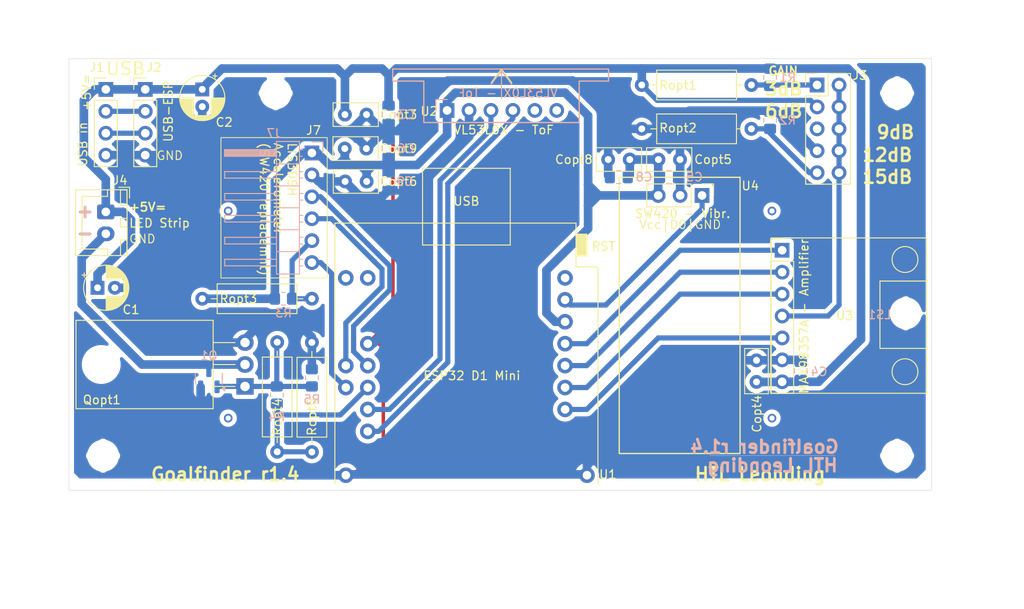
<source format=kicad_pcb>
(kicad_pcb (version 20240108) (generator "pcbnew") (generator_version "8.0")
  (title_block (title "LeoIoT - Goalfinder") (date "2025-06-13") (rev "01.04") (company "HTL Leonding") (comment 2 "finding the basketball basket and hit detection") (comment 3 "Smart utility for guiding visually impaired people in "))
  (layers (0 "F.Cu" signal) (31 "B.Cu" signal) (34 "B.Paste" user) (35 "F.Paste" user) (36 "B.SilkS" user "B.Silkscreen") (37 "F.SilkS" user "F.Silkscreen") (38 "B.Mask" user) (39 "F.Mask" user) (44 "Edge.Cuts" user))
  (net 0 "")
  (net 1 "Net-(J1-Pin_3)")
  (net 2 "Net-(Q1-G)")
  (net 4 "Net-(U1-IO_17{slash}U2_TXC)")
  (net 5 "Net-(U1-IO_19{slash}MISO)")
  (net 6 "Net-(U1-IO_05{slash}SS)")
  (net 9 "Net-(U3-GAIN_SLOT)")
  (net 10 "Net-(J1-Pin_2)")
  (net 11 "3V3")
  (net 12 "Net-(U1-IO_23{slash}MOSI)")
  (net 13 "/LED_PWR")
  (net 14 "Net-(J5-Pin_2)")
  (net 15 "Net-(U1-IO_18{slash}CLK)")
  (net 17 "Net-(J6-Pin_2)")
  (net 18 "Net-(J6-Pin_3)")
  (net 19 "5V")
  (net 20 "Net-(J7-Pin_4)")
  (net 21 "Net-(J3-Pad1)")
  (net 23 "Net-(J3-Pad9)")
  (net 24 "GND")
  (net 25 "Net-(J7-Pin_5)")
  (net 26 "Net-(J7-Pin_3)")
  (net 28 "Net-(J7-Pin_6)")
  (footprint "Connector_PinHeader_2.54mm:PinHeader_2x05_P2.54mm_Vertical" (layer "F.Cu") (at 186.685 63.403)
    (property "Reference" "J3")
    (property "Value" "GAIN")
  )
  (footprint "Connector_JST_2.54:JST_XH_B2B-XH-A_1x02_P2.54mm_Vertical" (layer "F.Cu") (at 104.2695 78.105 -90)
    (property "Reference" "J4")
    (property "Value" "LED Strip")
  )
  (footprint "MountingHole:MountingHole_3.2mm_M3" (layer "F.Cu") (at 195.9515 64.355 -90)
    (property "Reference" "MH2" (hide yes))
    (property "Value" "MountingHole_3.2mm_M3" (hide yes))
  )
  (footprint "Resistor_THT:R_Axial_DIN0309_L9.0mm_D3.2mm_P12.70mm_Horizontal" (layer "F.Cu") (at 128.1455 105.9295 90)
    (property "Reference" "Ropt5")
    (property "Value" "33k" (hide yes))
  )
  (footprint "Capacitor_THT:C_Disc_D5.0mm_W2.5mm_P2.50mm" (layer "F.Cu") (at 179.659537 97.803395 90)
    (property "Reference" "Copt4")
    (property "Value" "100nF" (hide yes))
  )
  (footprint "MountingHole:MountingHole_3.2mm_M3" (layer "F.Cu") (at 196.9515 89.855 -90)
    (property "Reference" "MH3" (hide yes))
    (property "Value" "MountingHole_3.2mm_M3" (hide yes))
  )
  (footprint "Resistor_THT:R_Axial_DIN0309_L9.0mm_D3.2mm_P12.70mm_Horizontal" (layer "F.Cu") (at 166.37 68.483)
    (property "Reference" "Ropt2")
    (property "Value" "100k" (hide yes))
  )
  (footprint "MountingHole:MountingHole_3.2mm_M3" (layer "F.Cu") (at 103.9515 106.355 -90)
    (property "Reference" "MH4" (hide yes))
    (property "Value" "MountingHole_3.2mm_M3" (hide yes))
  )
  (footprint "Connector_PinHeader_2.54mm:PinHeader_1x04_P2.54mm_Vertical" (layer "F.Cu") (at 108.8415 63.911)
    (property "Reference" "J2")
    (property "Value" "USB-ESP")
  )
  (footprint "Capacitor_THT:C_Disc_D5.0mm_W2.5mm_P2.50mm" (layer "F.Cu") (at 131.9555 70.769)
    (property "Reference" "Copt9")
    (property "Value" "100nF" (hide yes))
  )
  (footprint "Breakout_Boards:MAX98357A_Breakout_Board" (layer "F.Cu") (at 182.635 82.55)
    (property "Reference" "U3")
    (property "Value" "MAX98357A - Amplifier")
  )
  (footprint "Resistor_THT:R_Axial_DIN0309_L9.0mm_D3.2mm_P12.70mm_Horizontal" (layer "F.Cu") (at 124.13 105.8995 90)
    (property "Reference" "Ropt4")
    (property "Value" "1k" (hide yes))
  )
  (footprint "Capacitor_THT:C_Disc_D5.0mm_W2.5mm_P2.50mm" (layer "F.Cu") (at 131.9755 66.832)
    (property "Reference" "Copt3")
    (property "Value" "100nF" (hide yes))
  )
  (footprint "Package_TO_SOT_THT:TO-220-3_Horizontal_TabDown" (layer "F.Cu") (at 120.3985 98.328 90)
    (property "Reference" "Qopt1")
    (property "Value" "IRLML2502")
  )
  (footprint "Capacitor_THT:C_Disc_D5.0mm_W2.5mm_P2.50mm" (layer "F.Cu") (at 168.2975 72.039)
    (property "Reference" "Copt5")
    (property "Value" "100nF" (hide yes))
  )
  (footprint "MountingHole:MountingHole_3.2mm_M3" (layer "F.Cu") (at 195.9515 106.355 -90)
    (property "Reference" "MH3" (hide yes))
    (property "Value" "MountingHole_3.2mm_M3" (hide yes))
  )
  (footprint "Breakout_Boards:SW420_Breakout_Board_Horizontal" (layer "F.Cu") (at 173.355 76.2 -90)
    (property "Reference" "U4")
    (property "Value" "SW240 - Vcc/D0/GND" (hide yes))
  )
  (footprint "Capacitor_THT:CP_Radial_D5.0mm_P2.00mm" (layer "F.Cu") (at 103.314388 86.898)
    (property "Reference" "C1")
    (property "Value" "22µF" (hide yes))
  )
  (footprint "Resistor_THT:R_Axial_DIN0309_L9.0mm_D3.2mm_P12.70mm_Horizontal" (layer "F.Cu") (at 115.4455 88.168)
    (property "Reference" "Ropt3")
    (property "Value" "100k" (hide yes))
  )
  (footprint "Capacitor_THT:CP_Radial_D5.0mm_P2.00mm" (layer "F.Cu") (at 115.4455 63.911 -90)
    (property "Reference" "C2")
    (property "Value" "4,7µF" (hide yes))
  )
  (footprint "Capacitor_THT:C_Disc_D5.0mm_W2.5mm_P2.50mm" (layer "F.Cu") (at 134.4955 74.579 180)
    (property "Reference" "Copt6")
    (property "Value" "100nF" (hide yes))
  )
  (footprint "Capacitor_THT:C_Disc_D5.0mm_W2.5mm_P2.50mm" (layer "F.Cu") (at 164.9755 72.039 180)
    (property "Reference" "Copt8")
    (property "Value" "100nF" (hide yes))
  )
  (footprint "MountingHole:MountingHole_3.2mm_M3" (layer "F.Cu") (at 123.9515 64.355 -90)
    (property "Reference" "MH1" (hide yes))
    (property "Value" "MountingHole_3.2mm_M3" (hide yes))
  )
  (footprint "Resistor_THT:R_Axial_DIN0309_L9.0mm_D3.2mm_P12.70mm_Horizontal" (layer "F.Cu") (at 166.37 63.403)
    (property "Reference" "Ropt1")
    (property "Value" "100k" (hide yes))
  )
  (footprint "Connector_PinHeader_2.54mm:PinHeader_1x04_P2.54mm_Vertical" (layer "F.Cu") (at 104.2695 63.911)
    (property "Reference" "J1")
    (property "Value" "USB in")
  )
  (footprint "ESP32_D1_mini:ESP32_D1_mini" (layer "F.Cu") (at 146.05 97.185 180)
    (property "Reference" "U1")
    (property "Value" "ESP32 D1 Mini")
  )
  (footprint "Resistor_SMD:R_0805_2012Metric_Pad1.20x1.40mm_HandSolder" (layer "B.Cu") (at 124.8595 88.168)
    (property "Reference" "R3")
    (property "Value" "100k")
  )
  (footprint "Breakout_Boards:VL53L0X_Breakout_Board_vertical_flat" (layer "B.Cu") (at 156.515 66.35 90)
    (property "Reference" "U2")
    (property "Value" "VL53L0X - ToF")
  )
  (footprint "Capacitor_SMD:C_0805_2012Metric_Pad1.18x1.45mm_HandSolder" (layer "B.Cu") (at 137.0355 70.769 90)
    (property "Reference" "C6")
    (property "Value" "100nF" (hide yes))
  )
  (footprint "Capacitor_SMD:C_0805_2012Metric_Pad1.18x1.45mm_HandSolder" (layer "B.Cu") (at 137.0355 66.832 -90)
    (property "Reference" "C3")
    (property "Value" "100nF" (hide yes))
  )
  (footprint "Resistor_SMD:R_0805_2012Metric_Pad1.20x1.40mm_HandSolder" (layer "B.Cu") (at 181.2315 67.483 -90)
    (property "Reference" "R2")
    (property "Value" "100k" (hide yes))
  )
  (footprint "Resistor_SMD:R_0805_2012Metric_Pad1.20x1.40mm_HandSolder" (layer "B.Cu") (at 124.0815 99.328 90)
    (property "Reference" "R4")
    (property "Value" "1k" (hide yes))
  )
  (footprint "Resistor_SMD:R_0805_2012Metric_Pad1.20x1.40mm_HandSolder" (layer "B.Cu") (at 128.1455 97.328 90)
    (property "Reference" "R5")
    (property "Value" "33k" (hide yes))
  )
  (footprint "Capacitor_SMD:C_0805_2012Metric_Pad1.18x1.45mm_HandSolder" (layer "B.Cu") (at 163.7055 74.071 180)
    (property "Reference" "C8")
    (property "Value" "100nF" (hide yes))
  )
  (footprint "Connector_PinHeader_2.54mm:PinHeader_1x06_P2.54mm_Horizontal" (layer "B.Cu") (at 128.1455 71.277 180)
    (property "Reference" "J7")
    (property "Value" "LIS3DH")
  )
  (footprint "Capacitor_SMD:C_0805_2012Metric_Pad1.18x1.45mm_HandSolder" (layer "B.Cu") (at 169.526 74.071)
    (property "Reference" "C5")
    (property "Value" "100nF" (hide yes))
  )
  (footprint "Breakout_Boards:Mono-Enclosed_Speaker_70x30x17mm_onboard" (layer "B.Cu") (at 184.9515 75 180)
    (property "Reference" "LS1")
    (property "Value" "Speaker")
  )
  (footprint "Capacitor_SMD:C_0805_2012Metric_Pad1.18x1.45mm_HandSolder" (layer "B.Cu") (at 137.0355 74.579 -90)
    (property "Reference" "C9")
    (property "Value" "100nF" (hide yes))
  )
  (footprint "Resistor_SMD:R_0805_2012Metric_Pad1.20x1.40mm_HandSolder" (layer "B.Cu") (at 181.2315 62.514 -90)
    (property "Reference" "R1")
    (property "Value" "100k" (hide yes))
  )
  (footprint "Package_TO_SOT_SMD:SOT-23" (layer "B.Cu") (at 116.2075 97.439 90)
    (property "Reference" "Q1")
    (property "Value" "IRLML2502" (hide yes))
  )
  (footprint "Capacitor_SMD:C_0805_2012Metric_Pad1.18x1.45mm_HandSolder" (layer "B.Cu") (at 184.7875 96.518441 90)
    (property "Reference" "C4")
    (property "Value" "100nF" (hide yes))
  )
  (gr_rect (start 117.6045 69.499) (end 129.9235 85.755) (stroke (width 0.1)) (fill none) (layer "F.SilkS"))
  (gr_rect (start 100 60.355) (end 199.9515 110.355) (stroke (width 0.05)) (fill none) (layer "Edge.Cuts"))
  (gr_text "HTL Leonding" (at 189.23 108.361 0) (layer "B.Cu" knockout) (effects (font (size 1.5 1.5) (thickness 0.3) (bold yes)) (justify left bottom mirror)))
  (gr_text "Goalfinder r1.4" (at 189.3595 106.202 0) (layer "B.Cu" knockout) (effects (font (size 1.5 1.5) (thickness 0.3) (bold yes)) (justify left bottom mirror)))
  (gr_text "-" (at 102.9995 81.437 0) (layer "B.Cu") (effects (font (size 1.5 1.5) (thickness 0.3) (bold yes)) (justify left bottom mirror)))
  (gr_text "+" (at 102.9995 78.897 0) (layer "B.Cu") (effects (font (size 1.5 1.5) (thickness 0.3) (bold yes)) (justify left bottom mirror)))
  (gr_text "HTL Leonding" (at 189.2325 108.361 0) (layer "B.SilkS") (effects (font (size 1.5 1.5) (thickness 0.3) (bold yes)) (justify left bottom mirror)))
  (gr_text "-" (at 102.9995 81.437 0) (layer "B.SilkS") (effects (font (size 1.5 1.5) (thickness 0.3) (bold yes)) (justify left bottom mirror)))
  (gr_text "Goalfinder r1.4" (at 189.3595 106.202 0) (layer "B.SilkS") (effects (font (size 1.5 1.5) (thickness 0.3) (bold yes)) (justify left bottom mirror)))
  (gr_text "+" (at 102.9995 78.897 0) (layer "B.SilkS") (effects (font (size 1.5 1.5) (thickness 0.3) (bold yes)) (justify left bottom mirror)))
  (gr_text "+5V=" (at 111.3815 78.135 0) (layer "F.SilkS") (effects (font (size 1 1) (thickness 0.1875)) (justify right bottom)))
  (gr_text "Vcc|D0|GND" (at 170.8175 80.167 0) (layer "F.SilkS") (effects (font (size 1 1) (thickness 0.125)) (justify bottom)))
  (gr_text "12dB" (at 191.77 72.39 0) (layer "F.SilkS") (effects (font (size 1.5 1.5) (thickness 0.3) (bold yes)) (justify left bottom)))
  (gr_text "HTL Leonding" (at 172.3415 109.377 0) (layer "F.SilkS") (effects (font (size 1.5 1.5) (thickness 0.3) (bold yes)) (justify left bottom)))
  (gr_text "3dB" (at 180.4695 64.77 0) (layer "F.SilkS") (effects (font (size 1.5 1.5) (thickness 0.3) (bold yes)) (justify left bottom)))
  (gr_text "Goalfinder r1.4" (at 109.3495 109.377 0) (layer "F.SilkS") (effects (font (size 1.5 1.5) (thickness 0.3) (bold yes)) (justify left bottom)))
  (gr_text "USB" (at 106.5555 61.498 0) (layer "F.SilkS") (effects (font (size 1.5 1.5) (thickness 0.1875))))
  (gr_text "15dB" (at 191.77 74.93 0) (layer "F.SilkS") (effects (font (size 1.5 1.5) (thickness 0.3) (bold yes)) (justify left bottom)))
  (gr_text "6dB" (at 180.4695 67.31 0) (layer "F.SilkS") (effects (font (size 1.5 1.5) (thickness 0.3) (bold yes)) (justify left bottom)))
  (gr_text "LIS3DSH\nAccelerometer\n(SW420 replacemnt)" (at 122.0495 70.007 270) (layer "F.SilkS") (effects (font (size 1 1)) (justify left bottom)))
  (gr_text "+5V=" (at 102.6185 62.006 90) (layer "F.SilkS") (effects (font (size 1 1)) (justify right bottom)))
  (gr_text "GND" (at 113.2865 72.166 0) (layer "F.SilkS") (effects (font (size 1 1) (thickness 0.125)) (justify right bottom)))
  (gr_text "J7" (at 127.3835 69.245 0) (layer "F.SilkS") (effects (font (size 1 1)) (justify left bottom)))
  (gr_text "9dB" (at 193.4235 69.753 0) (layer "F.SilkS") (effects (font (size 1.5 1.5) (thickness 0.3) (bold yes)) (justify left bottom)))
  (gr_text "GND" (at 110.1115 81.818 0) (layer "F.SilkS") (effects (font (size 1 1) (thickness 0.125)) (justify right bottom)))
  (segment (start 104.2695 68.991) (end 108.8415 68.991) (width 0.6) (layer "B.Cu") (net 1))
  (segment (start 124.0815 98.328) (end 128.1455 98.328) (width 0.6) (layer "B.Cu") (net 2))
  (segment (start 120.3985 98.328) (end 124.0815 98.328) (width 0.6) (layer "B.Cu") (net 2))
  (segment (start 124.0815 98.328) (end 124.0815 93.248) (width 0.6) (layer "B.Cu") (net 2))
  (segment (start 117.206 98.328) (end 117.1575 98.3765) (width 0.6) (layer "B.Cu") (net 2))
  (segment (start 120.3985 98.328) (end 117.206 98.328) (width 0.6) (layer "B.Cu") (net 2))
  (segment (start 124.511 101.63) (end 131.445 101.63) (width 0.6) (layer "B.Cu") (net 4))
  (segment (start 134.62 98.455) (end 131.445 101.63) (width 0.6) (layer "B.Cu") (net 4))
  (segment (start 124.511 101.63) (end 124.13 101.249) (width 0.6) (layer "B.Cu") (net 4))
  (segment (start 124.13 100.868) (end 124.13 101.1035) (width 0.6) (layer "B.Cu") (net 4))
  (segment (start 124.13 105.8995) (end 127.9215 105.8995) (width 0.6) (layer "B.Cu") (net 4))
  (segment (start 124.13 105.8995) (end 124.13 101.1035) (width 0.6) (layer "B.Cu") (net 4))
  (segment (start 124.13 101.249) (end 124.13 100.868) (width 0.6) (layer "B.Cu") (net 4))
  (segment (start 157.48 98.455) (end 159.99 98.455) (width 0.6) (layer "B.Cu") (net 5))
  (segment (start 159.99 98.455) (end 170.815 87.63) (width 0.6) (layer "B.Cu") (net 5))
  (segment (start 170.815 87.63) (end 182.635 87.63) (width 0.6) (layer "B.Cu") (net 5))
  (segment (start 157.48 93.375) (end 159.99 93.375) (width 0.6) (layer "B.Cu") (net 6))
  (segment (start 159.99 93.375) (end 170.815 82.55) (width 0.6) (layer "B.Cu") (net 6))
  (segment (start 170.815 82.55) (end 182.635 82.55) (width 0.6) (layer "B.Cu") (net 6))
  (segment (start 189.225 88.895) (end 189.225 73.563) (width 0.6) (layer "B.Cu") (net 9))
  (segment (start 187.96 90.17) (end 189.23 88.9) (width 0.6) (layer "B.Cu") (net 9))
  (segment (start 189.225 63.403) (end 189.225 65.943) (width 0.6) (layer "B.Cu") (net 9))
  (segment (start 189.225 71.023) (end 189.225 73.563) (width 0.6) (layer "B.Cu") (net 9))
  (segment (start 189.225 65.943) (end 189.225 68.483) (width 0.6) (layer "B.Cu") (net 9))
  (segment (start 182.635 90.17) (end 187.96 90.17) (width 0.6) (layer "B.Cu") (net 9))
  (segment (start 189.23 88.9) (end 189.225 88.895) (width 0.6) (layer "B.Cu") (net 9))
  (segment (start 189.225 68.483) (end 189.225 71.023) (width 0.6) (layer "B.Cu") (net 9))
  (segment (start 104.2695 66.451) (end 108.8415 66.451) (width 0.6) (layer "B.Cu") (net 10))
  (segment (start 132.0825 72.674) (end 131.1935 72.674) (width 1) (layer "B.Cu") (net 11))
  (segment (start 131.9555 71.912) (end 131.1935 72.674) (width 1) (layer "B.Cu") (net 11))
  (segment (start 134.4955 74.579) (end 134.4955 72.674) (width 1) (layer "B.Cu") (net 11))
  (segment (start 140.3375 72.674) (end 135.2575 72.674) (width 1) (layer "B.Cu") (net 11))
  (segment (start 134.4955 74.579) (end 134.4955 73.436) (width 1) (layer "B.Cu") (net 11))
  (segment (start 161.3895 76.2) (end 160.1495 74.96) (width 1) (layer "B.Cu") (net 11))
  (segment (start 134.4955 72.674) (end 133.7335 72.674) (width 1) (layer "B.Cu") (net 11))
  (segment (start 155.3235 84.866) (end 155.3235 89.819) (width 1) (layer "B.Cu") (net 11))
  (segment (start 135.2575 72.674) (end 134.4955 72.674) (width 1) (layer "B.Cu") (net 11))
  (segment (start 168.275 76.2) (end 168.275 72.0615) (width 1) (layer "B.Cu") (net 11))
  (segment (start 155.3235 89.819) (end 156.3395 90.835) (width 1) (layer "B.Cu") (net 11))
  (segment (start 143.815 69.1965) (end 140.3375 72.674) (width 1) (layer "B.Cu") (net 11))
  (segment (start 143.815 65.2595) (end 144.7825 64.292) (width 1) (layer "B.Cu") (net 11))
  (segment (start 160.1495 80.04) (end 155.3235 84.866) (width 1) (layer "B.Cu") (net 11))
  (segment (start 131.1935 72.674) (end 130.1775 72.674) (width 1) (layer "B.Cu") (net 11))
  (segment (start 143.815 66.35) (end 143.815 69.1965) (width 1) (layer "B.Cu") (net 11))
  (segment (start 164.9755 72.039) (end 164.9755 73.8385) (width 1) (layer "B.Cu") (net 11))
  (segment (start 160.1495 66.959) (end 160.1495 74.96) (width 1) (layer "B.Cu") (net 11))
  (segment (start 160.1495 77.373) (end 160.1495 80.04) (width 1) (layer "B.Cu") (net 11))
  (segment (start 133.7335 72.674) (end 132.9715 72.674) (width 1) (layer "B.Cu") (net 11))
  (segment (start 156.3395 90.835) (end 157.48 90.835) (width 1) (layer "B.Cu") (net 11))
  (segment (start 130.1775 72.674) (end 128.7805 71.277) (width 1) (layer "B.Cu") (net 11))
  (segment (start 134.4955 73.436) (end 133.7335 72.674) (width 1) (layer "B.Cu") (net 11))
  (segment (start 134.4955 73.436) (end 135.2575 72.674) (width 1) (layer "B.Cu") (net 11))
  (segment (start 131.9555 70.769) (end 131.9555 71.912) (width 1) (layer "B.Cu") (net 11))
  (segment (start 131.9555 72.039) (end 132.5905 72.674) (width 1) (layer "B.Cu") (net 11))
  (segment (start 132.9715 72.674) (end 132.0825 72.674) (width 1) (layer "B.Cu") (net 11))
  (segment (start 123.8595 74.547) (end 123.8595 88.168) (width 1) (layer "B.Cu") (net 11))
  (segment (start 161.3895 76.2) (end 161.3225 76.2) (width 1) (layer "B.Cu") (net 11))
  (segment (start 143.815 66.35) (end 143.815 65.2595) (width 1) (layer "B.Cu") (net 11))
  (segment (start 128.7805 71.277) (end 128.1455 71.277) (width 1) (layer "B.Cu") (net 11))
  (segment (start 132.5905 72.674) (end 132.9715 72.674) (width 1) (layer "B.Cu") (net 11))
  (segment (start 131.9555 70.769) (end 131.9555 72.547) (width 1) (layer "B.Cu") (net 11))
  (segment (start 123.8595 88.168) (end 115.4455 88.168) (width 1) (layer "B.Cu") (net 11))
  (segment (start 160.1495 74.96) (end 160.1495 77.373) (width 1) (layer "B.Cu") (net 11))
  (segment (start 128.1455 71.277) (end 127.1295 71.277) (width 1) (layer "B.Cu") (net 11))
  (segment (start 131.9555 70.769) (end 131.9555 72.039) (width 1) (layer "B.Cu") (net 11))
  (segment (start 164.9755 72.039) (end 168.2975 72.039) (width 1) (layer "B.Cu") (net 11))
  (segment (start 132.0825 72.674) (end 131.9555 72.547) (width 1) (layer "B.Cu") (net 11))
  (segment (start 168.275 76.2) (end 161.3895 76.2) (width 1) (layer "B.Cu") (net 11))
  (segment (start 144.7825 64.292) (end 157.4825 64.292) (width 1) (layer "B.Cu") (net 11))
  (segment (start 127.1295 71.277) (end 123.8595 74.547) (width 1) (layer "B.Cu") (net 11))
  (segment (start 164.9755 73.8385) (end 164.743 74.071) (width 1) (layer "B.Cu") (net 11))
  (segment (start 161.3225 76.2) (end 160.1495 77.373) (width 1) (layer "B.Cu") (net 11))
  (segment (start 157.4825 64.292) (end 160.1495 66.959) (width 1) (layer "B.Cu") (net 11))
  (segment (start 157.48 95.915) (end 159.99 95.915) (width 0.6) (layer "B.Cu") (net 12))
  (segment (start 159.99 95.915) (end 170.815 85.09) (width 0.6) (layer "B.Cu") (net 12))
  (segment (start 170.815 85.09) (end 182.635 85.09) (width 0.6) (layer "B.Cu") (net 12))
  (segment (start 101.4755 83.439) (end 101.4755 88.803) (width 1) (layer "B.Cu") (net 13))
  (segment (start 101.4755 88.803) (end 108.4605 95.788) (width 1) (layer "B.Cu") (net 13))
  (segment (start 108.4605 95.788) (end 120.3985 95.788) (width 1) (layer "B.Cu") (net 13))
  (segment (start 104.2695 80.645) (end 101.4755 83.439) (width 1) (layer "B.Cu") (net 13))
  (segment (start 157.48 88.295) (end 158.085 88.9) (width 0.6) (layer "B.Cu") (net 14))
  (segment (start 162.202258 88.9) (end 170.152258 80.95) (width 0.6) (layer "B.Cu") (net 14))
  (segment (start 158.085 88.9) (end 162.202258 88.9) (width 0.6) (layer "B.Cu") (net 14))
  (segment (start 170.152258 80.95) (end 170.1615 80.95) (width 0.6) (layer "B.Cu") (net 14))
  (segment (start 173.355 77.7565) (end 173.355 76.2) (width 0.6) (layer "B.Cu") (net 14))
  (segment (start 170.1615 80.95) (end 173.355 77.7565) (width 0.6) (layer "B.Cu") (net 14))
  (segment (start 157.48 100.995) (end 159.99 100.995) (width 0.6) (layer "B.Cu") (net 15))
  (segment (start 168.275 92.71) (end 182.635 92.71) (width 0.6) (layer "B.Cu") (net 15))
  (segment (start 159.99 100.995) (end 168.275 92.71) (width 0.6) (layer "B.Cu") (net 15))
  (segment (start 148.895 68.558708) (end 148.895 66.35) (width 0.6) (layer "B.Cu") (net 17))
  (segment (start 142.9935 74.460208) (end 148.895 68.558708) (width 0.6) (layer "B.Cu") (net 17))
  (segment (start 137.13 100.995) (end 142.9935 95.1315) (width 0.6) (layer "B.Cu") (net 17))
  (segment (start 142.9935 95.1315) (end 142.9935 74.460208) (width 0.6) (layer "B.Cu") (net 17))
  (segment (start 134.62 100.995) (end 137.13 100.995) (width 0.6) (layer "B.Cu") (net 17))
  (segment (start 143.8935 95.534) (end 143.8935 74.833) (width 0.6) (layer "B.Cu") (net 18))
  (segment (start 151.435 67.2915) (end 151.435 66.35) (width 0.6) (layer "B.Cu") (net 18))
  (segment (start 135.8925 103.535) (end 143.8935 95.534) (width 0.6) (layer "B.Cu") (net 18))
  (segment (start 134.62 103.535) (end 135.8925 103.535) (width 0.6) (layer "B.Cu") (net 18))
  (segment (start 143.8935 74.833) (end 151.435 67.2915) (width 0.6) (layer "B.Cu") (net 18))
  (segment (start 190.2485 61.498) (end 191.77 63.0195) (width 1) (layer "B.Cu") (net 19))
  (segment (start 106.2715 78.105) (end 107.1905 79.024) (width 1) (layer "B.Cu") (net 19))
  (segment (start 166.37 63.403) (end 168.148 65.181) (width 0.6) (layer "B.Cu") (net 19))
  (segment (start 191.77 63.0195) (end 191.77 92.8695) (width 1) (layer "B.Cu") (net 19))
  (segment (start 107.1905 81.437) (end 103.314388 85.313112) (width 1) (layer "B.Cu") (net 19))
  (segment (start 104.2695 63.911) (end 108.8415 63.911) (width 1) (layer "B.Cu") (net 19))
  (segment (start 131.9355 62.367) (end 131.0665 61.498) (width 1) (layer "B.Cu") (net 19))
  (segment (start 137.0355 62.387) (end 137.9305 61.492) (width 1) (layer "B.Cu") (net 19))
  (segment (start 179.659537 97.803395) (end 182.621605 97.803395) (width 1) (layer "B.Cu") (net 19))
  (segment (start 107.1905 79.024) (end 107.1905 81.437) (width 1) (layer "B.Cu") (net 19))
  (segment (start 132.8445 61.498) (end 136.2735 61.498) (width 1) (layer "B.Cu") (net 19))
  (segment (start 168.148 65.181) (end 185.923 65.181) (width 0.6) (layer "B.Cu") (net 19))
  (segment (start 131.9755 66.832) (end 131.9755 62.367) (width 1) (layer "B.Cu") (net 19))
  (segment (start 104.2695 78.105) (end 106.2715 78.105) (width 1) (layer "B.Cu") (net 19))
  (segment (start 103.314388 85.313112) (end 103.314388 86.898) (width 1) (layer "B.Cu") (net 19))
  (segment (start 191.77 92.8695) (end 186.8495 97.79) (width 1) (layer "B.Cu") (net 19))
  (segment (start 115.3185 63.911) (end 117.7315 61.498) (width 1) (layer "B.Cu") (net 19))
  (segment (start 104.2695 74.325) (end 101.7295 71.785) (width 1) (layer "B.Cu") (net 19))
  (segment (start 101.7295 71.785) (end 101.7295 65.181) (width 1) (layer "B.Cu") (net 19))
  (segment (start 185.923 65.181) (end 186.685 65.943) (width 0.6) (layer "B.Cu") (net 19))
  (segment (start 131.9755 62.367) (end 132.8445 61.498) (width 1) (layer "B.Cu") (net 19))
  (segment (start 181.5695 61.498) (end 190.2485 61.498) (width 1) (layer "B.Cu") (net 19))
  (segment (start 117.7315 61.498) (end 131.0665 61.498) (width 1) (layer "B.Cu") (net 19))
  (segment (start 137.0355 65.7945) (end 137.0355 62.387) (width 1) (layer "B.Cu") (net 19))
  (segment (start 186.8495 97.79) (end 182.635 97.79) (width 1) (layer "B.Cu") (net 19))
  (segment (start 101.7295 65.181) (end 102.9995 63.911) (width 1) (layer "B.Cu") (net 19))
  (segment (start 104.2695 78.105) (end 104.2695 74.325) (width 1) (layer "B.Cu") (net 19))
  (segment (start 166.37 61.492) (end 166.37 63.403) (width 1) (layer "B.Cu") (net 19))
  (segment (start 137.9305 61.492) (end 180.8995 61.492) (width 1) (layer "B.Cu") (net 19))
  (segment (start 108.8415 63.911) (end 115.3185 63.911) (width 1) (layer "B.Cu") (net 19))
  (segment (start 102.9995 63.911) (end 104.2695 63.911) (width 1) (layer "B.Cu") (net 19))
  (segment (start 136.2735 61.498) (end 137.0355 62.26) (width 1) (layer "B.Cu") (net 19))
  (segment (start 131.9755 62.367) (end 131.9355 62.367) (width 1) (layer "B.Cu") (net 19))
  (segment (start 132.08 95.915) (end 132.08 90.9645) (width 0.6) (layer "B.Cu") (net 20))
  (segment (start 132.08 90.9645) (end 136.2735 86.771) (width 0.6) (layer "B.Cu") (net 20))
  (segment (start 136.2735 84.739) (end 135.3845 83.85) (width 0.6) (layer "B.Cu") (net 20))
  (segment (start 136.2735 86.771) (end 136.2735 84.739) (width 0.6) (layer "B.Cu") (net 20))
  (segment (start 135.3845 83.85) (end 135.381708 83.85) (width 0.6) (layer "B.Cu") (net 20))
  (segment (start 130.428708 78.897) (end 128.1455 78.897) (width 0.6) (layer "B.Cu") (net 20))
  (segment (start 135.381708 83.85) (end 130.428708 78.897) (width 0.6) (layer "B.Cu") (net 20))
  (segment (start 179.07 63.403) (end 186.685 63.403) (width 0.6) (layer "B.Cu") (net 21))
  (segment (start 185.8035 73.563) (end 186.685 73.563) (width 0.6) (layer "B.Cu") (net 23))
  (segment (start 179.07 68.483) (end 180.7235 68.483) (width 0.6) (layer "B.Cu") (net 23))
  (segment (start 180.7235 68.483) (end 185.8035 73.563) (width 0.6) (layer "B.Cu") (net 23))
  (segment (start 137.5435 90.4515) (end 134.62 93.375) (width 0.4) (layer "F.Cu") (net 24))
  (segment (start 110.1115 71.531) (end 113.0325 68.61) (width 0.4) (layer "F.Cu") (net 24))
  (segment (start 136.4005 68.61) (end 137.5435 69.753) (width 0.4) (layer "F.Cu") (net 24))
  (segment (start 113.0325 68.61) (end 136.4005 68.61) (width 0.4) (layer "F.Cu") (net 24))
  (segment (start 134.62 93.375) (end 135.892792 93.375) (width 0.4) (layer "F.Cu") (net 24))
  (segment (start 137.5435 69.753) (end 137.5435 90.4515) (width 0.4) (layer "F.Cu") (net 24))
  (segment (start 108.8415 71.531) (end 110.1115 71.531) (width 0.4) (layer "F.Cu") (net 24))
  (segment (start 135.892792 93.375) (end 136.42 93.902208) (width 0.4) (layer "F.Cu") (net 24))
  (segment (start 132.8745 108.615) (end 132.08 108.615) (width 0.4) (layer "F.Cu") (net 24))
  (segment (start 136.42 93.902208) (end 136.42 105.0695) (width 0.4) (layer "F.Cu") (net 24))
  (segment (start 136.42 105.0695) (end 132.8745 108.615) (width 0.4) (layer "F.Cu") (net 24))
  (segment (start 115.4455 67.721) (end 116.4615 68.737) (width 1) (layer "B.Cu") (net 24))
  (segment (start 115.4455 67.721) (end 114.4295 68.737) (width 1) (layer "B.Cu") (net 24))
  (segment (start 163.7055 68.483) (end 162.4755 69.713) (width 1) (layer "B.Cu") (net 24))
  (segment (start 114.4295 68.737) (end 115.4455 68.737) (width 1) (layer "B.Cu") (net 24))
  (segment (start 131.9955 74.579) (end 133.6955 76.279) (width 1) (layer "B.Cu") (net 24))
  (segment (start 110.2385 71.531) (end 113.0325 68.737) (width 1) (layer "B.Cu") (net 24))
  (segment (start 128.1455 73.817) (end 128.9075 74.579) (width 1) (layer "B.Cu") (net 24))
  (segment (start 140.9725 76.357) (end 140.9725 74.852152) (width 1) (layer "B.Cu") (net 24))
  (segment (start 115.2575 107.284) (end 115.2575 98.3765) (width 1) (layer "B.Cu") (net 24))
  (segment (start 122.3035 90.962) (end 126.4945 90.962) (width 1) (layer "B.Cu") (net 24))
  (segment (start 140.232 75.6165) (end 140.9725 76.357) (width 1) (layer "B.Cu") (net 24))
  (segment (start 128.9075 74.579) (end 131.9955 74.579) (width 1) (layer "B.Cu") (net 24))
  (segment (start 105.314388 86.898) (end 110.8735 86.898) (width 1) (layer "B.Cu") (net 24))
  (segment (start 184.556559 95.25) (end 184.7875 95.480941) (width 1) (layer "B.Cu") (net 24))
  (segment (start 108.8415 71.531) (end 110.2385 71.531) (width 1) (layer "B.Cu") (net 24))
  (segment (start 132.08 108.615) (end 116.5885 108.615) (width 1) (layer "B.Cu") (net 24))
  (segment (start 169.8015 68.483) (end 170.7975 69.479) (width 1) (layer "B.Cu") (net 24))
  (segment (start 134.4555 70.622) (end 132.5705 68.737) (width 1) (layer "B.Cu") (net 24))
  (segment (start 146.355 69.401652) (end 146.355 66.35) (width 1) (layer "B.Cu") (net 24))
  (segment (start 170.815 76.2) (end 170.815 72.0565) (width 1) (layer "B.Cu") (net 24))
  (segment (start 140.9385 74.818152) (end 141.7935 73.963152) (width 1) (layer "B.Cu") (net 24))
  (segment (start 140.9725 87.6275) (end 140.9725 76.357) (width 1) (layer "B.Cu") (net 24))
  (segment (start 179.659537 95.303395) (end 182.581605 95.303395) (width 1) (layer "B.Cu") (net 24))
  (segment (start 116.4615 68.737) (end 132.5705 68.737) (width 1) (layer "B.Cu") (net 24))
  (segment (start 116.5885 108.615) (end 115.2575 107.284) (width 1) (layer "B.Cu") (net 24))
  (segment (start 134.62 93.375) (end 135.225 93.375) (width 1) (layer "B.Cu") (net 24))
  (segment (start 136.373 76.279) (end 137.0355 75.6165) (width 1) (layer "B.Cu") (net 24))
  (segment (start 140.140152 75.6165) (end 141.7935 73.963152) (width 1) (layer "B.Cu") (net 24))
  (segment (start 111.8575 74.547) (end 111.8575 79.405) (width 1) (layer "B.Cu") (net 24))
  (segment (start 166.37 68.483) (end 169.8015 68.483) (width 1) (layer "B.Cu") (net 24))
  (segment (start 182.635 95.25) (end 184.556559 95.25) (width 1) (layer "B.Cu") (net 24))
  (segment (start 143.8965 62.892) (end 138.0515 68.737) (width 1) (layer "B.Cu") (net 24))
  (segment (start 133.6955 76.279) (end 136.373 76.279) (width 1) (layer "B.Cu") (net 24))
  (segment (start 111.2545 86.898) (end 111.8895 87.533) (width 1) (layer "B.Cu") (net 24))
  (segment (start 140.140152 75.6165) (end 140.232 75.6165) (width 1) (layer "B.Cu") (net 24))
  (segment (start 128.1455 92.613) (end 128.1455 93.2295) (width 1) (layer "B.Cu") (net 24))
  (segment (start 134.4955 66.832) (end 137.0355 69.372) (width 1) (layer "B.Cu") (net 24))
  (segment (start 104.2695 71.531) (end 108.8415 71.531) (width 1) (layer "B.Cu") (net 24))
  (segment (start 135.225 93.375) (end 140.9725 87.6275) (width 1) (layer "B.Cu") (net 24))
  (segment (start 169.8015 68.483) (end 171.9035 66.381) (width 1) (layer "B.Cu") (net 24))
  (segment (start 115.4455 68.737) (end 116.4615 68.737) (width 1) (layer "B.Cu") (net 24))
  (segment (start 140.9725 74.852152) (end 140.9385 74.818152) (width 1) (layer "B.Cu") (net 24))
  (segment (start 181.9235 66.381) (end 186.5655 71.023) (width 1) (layer "B.Cu") (net 24))
  (segment (start 138.0515 68.737) (end 136.5275 68.737) (width 1) (layer "B.Cu") (net 24))
  (segment (start 172.191105 95.303395) (end 160.02 107.4745) (width 1) (layer "B.Cu") (net 24))
  (segment (start 166.37 68.483) (end 163.7055 68.483) (width 1) (layer "B.Cu") (net 24))
  (segment (start 108.8415 71.531) (end 111.8575 74.547) (width 1) (layer "B.Cu") (net 24))
  (segment (start 137.0355 68.229) (end 137.0355 67.8695) (width 1) (layer "B.Cu") (net 24))
  (segment (start 158.3685 62.892) (end 143.8965 62.892) (width 1) (layer "B.Cu") (net 24))
  (segment (start 115.901398 93.248) (end 120.3985 93.248) (width 1) (layer "B.Cu") (net 24))
  (segment (start 111.8895 89.236102) (end 115.901398 93.248) (width 1) (layer "B.Cu") (net 24))
  (segment (start 137.0355 69.372) (end 137.0355 69.7315) (width 1) (layer "B.Cu") (net 24))
  (segment (start 132.5705 68.737) (end 134.4755 66.832) (width 1) (layer "B.Cu") (net 24))
  (segment (start 171.9035 66.381) (end 181.9235 66.381) (width 1) (layer "B.Cu") (net 24))
  (segment (start 137.0355 75.6165) (end 140.140152 75.6165) (width 1) (layer "B.Cu") (net 24))
  (segment (start 113.0325 68.737) (end 114.4295 68.737) (width 1) (layer "B.Cu") (net 24))
  (segment (start 128.1455 93.2295) (end 128.1455 96.328) (width 1) (layer "B.Cu") (net 24))
  (segment (start 134.4955 70.769) (end 137.0355 68.229) (width 1) (layer "B.Cu") (net 24))
  (segment (start 162.4755 72.039) (end 162.4755 73.8785) (width 1) (layer "B.Cu") (net 24))
  (segment (start 162.4755 69.713) (end 162.4755 72.039) (width 1) (layer "B.Cu") (net 24))
  (segment (start 111.8895 85.882) (end 111.8895 87.533) (width 1) (layer "B.Cu") (net 24))
  (segment (start 163.9595 68.483) (end 158.3685 62.892) (width 1) (layer "B.Cu") (net 24))
  (segment (start 160.02 107.4745) (end 160.02 108.615) (width 1) (layer "B.Cu") (net 24))
  (segment (start 115.4455 65.911) (end 115.4455 67.721) (width 1) (layer "B.Cu") (net 24))
  (segment (start 141.7935 73.963152) (end 146.355 69.401652) (width 1) (layer "B.Cu") (net 24))
  (segment (start 110.8735 86.898) (end 111.8895 85.882) (width 1) (layer "B.Cu") (net 24))
  (segment (start 162.4755 73.8785) (end 162.668 74.071) (width 1) (layer "B.Cu") (net 24))
  (segment (start 120.3985 92.867) (end 122.3035 90.962) (width 1) (layer "B.Cu") (net 24))
  (segment (start 126.4945 90.962) (end 128.1455 92.613) (width 1) (layer "B.Cu") (net 24))
  (segment (start 111.8895 79.437) (end 111.8895 85.882) (width 1) (layer "B.Cu") (net 24))
  (segment (start 179.659537 95.303395) (end 172.191105 95.303395) (width 1) (layer "B.Cu") (net 24))
  (segment (start 170.7975 69.479) (end 170.7975 72.039) (width 1) (layer "B.Cu") (net 24))
  (segment (start 110.8735 86.898) (end 111.2545 86.898) (width 1) (layer "B.Cu") (net 24))
  (segment (start 132.177 108.518) (end 159.923 108.518) (width 1) (layer "B.Cu") (net 24))
  (segment (start 111.8895 87.533) (end 111.8895 89.236102) (width 1) (layer "B.Cu") (net 24))
  (segment (start 125.8595 88.168) (end 125.8595 83.723) (width 0.6) (layer "B.Cu") (net 25))
  (segment (start 125.8595 83.723) (end 128.1455 81.437) (width 0.6) (layer "B.Cu") (net 25))
  (segment (start 125.8595 88.168) (end 128.1455 88.168) (width 0.6) (layer "B.Cu") (net 25))
  (segment (start 134.62 95.915) (end 132.98 94.275) (width 0.6) (layer "B.Cu") (net 26))
  (segment (start 132.98 91.337292) (end 137.1735 87.143792) (width 0.6) (layer "B.Cu") (net 26))
  (segment (start 137.1735 84.366208) (end 135.757292 82.95) (width 0.6) (layer "B.Cu") (net 26))
  (segment (start 135.7545 82.95) (end 129.1615 76.357) (width 0.6) (layer "B.Cu") (net 26))
  (segment (start 137.1735 87.143792) (end 137.1735 84.366208) (width 0.6) (layer "B.Cu") (net 26))
  (segment (start 135.757292 82.95) (end 135.7545 82.95) (width 0.6) (layer "B.Cu") (net 26))
  (segment (start 132.98 94.275) (end 132.98 91.337292) (width 0.6) (layer "B.Cu") (net 26))
  (segment (start 129.1615 76.357) (end 128.1455 76.357) (width 0.6) (layer "B.Cu") (net 26))
  (segment (start 130.4315 85.247) (end 130.4315 96.8065) (width 0.6) (layer "B.Cu") (net 28))
  (segment (start 129.1615 83.977) (end 130.4315 85.247) (width 0.6) (layer "B.Cu") (net 28))
  (segment (start 130.4315 96.8065) (end 132.08 98.455) (width 0.6) (layer "B.Cu") (net 28))
  (segment (start 128.1455 83.977) (end 129.1615 83.977) (width 0.6) (layer "B.Cu") (net 28))
  (zone (net 24) (net_name "GND") (layer "B.Cu") (connect_pads no (clearance 0.5)) (min_thickness 0.4) (fill yes (thermal_gap 0.5) (thermal_bridge_width 0.5))
    (polygon (pts (xy 100.5865 60.863) (xy 198.8845 60.863) (xy 199.2655 61.244) (xy 199.2655 107.98) (xy 198.2495 108.996) (xy 101.2215 108.996) (xy 100.5865 108.361)))
  )
)
</source>
